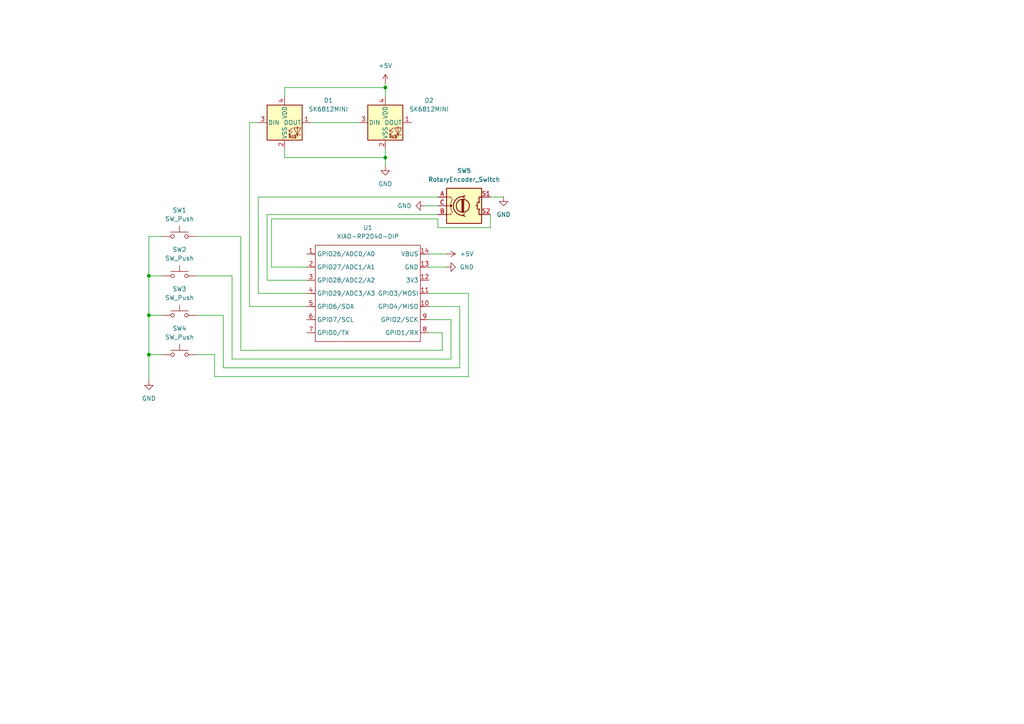
<source format=kicad_sch>
(kicad_sch (version 20250114) (generator "eeschema") (generator_version "9.0")
  (paper "A4")
  (lib_symbols
    (symbol "Device:RotaryEncoder_Switch" (pin_names (offset 0.254) (hide yes))
      (property "Reference" "SW" (at 0 6.604 0))
      (property "Value" "RotaryEncoder_Switch" (at 0 -6.604 0))
      (symbol "RotaryEncoder_Switch_0_1"
        (rectangle (start -5.08 5.08) (end 5.08 -5.08) (stroke (width 0.254)) (fill (type background)))
        (polyline (pts (xy -5.08 2.54) (xy -3.81 2.54) (xy -3.81 2.032)))
        (polyline (pts (xy -5.08 0) (xy -3.81 0) (xy -3.81 -1.016) (xy -3.302 -2.032)))
        (polyline (pts (xy -5.08 -2.54) (xy -3.81 -2.54) (xy -3.81 -2.032)))
        (polyline (pts (xy -4.318 0) (xy -3.81 0) (xy -3.81 1.016) (xy -3.302 2.032)))
        (circle (center -3.81 0) (radius 0.254) (fill (type outline)))
        (polyline (pts (xy -0.635 -1.778) (xy -0.635 1.778)) (stroke (width 0.254)))
        (circle (center -0.381 0) (radius 1.905) (stroke (width 0.254)))
        (polyline (pts (xy -0.381 -1.778) (xy -0.381 1.778)) (stroke (width 0.254)))
        (arc (start -0.381 -2.794) (mid -3.0988 -0.0635) (end -0.381 2.667) (stroke (width 0.254)))
        (polyline (pts (xy -0.127 1.778) (xy -0.127 -1.778)) (stroke (width 0.254)))
        (polyline (pts (xy 0.254 2.921) (xy -0.508 2.667) (xy 0.127 2.286)) (stroke (width 0.254)))
        (polyline (pts (xy 0.254 -3.048) (xy -0.508 -2.794) (xy 0.127 -2.413)) (stroke (width 0.254)))
        (polyline (pts (xy 3.81 1.016) (xy 3.81 -1.016)) (stroke (width 0.254)))
        (polyline (pts (xy 3.81 0) (xy 3.429 0)) (stroke (width 0.254)))
        (circle (center 4.318 1.016) (radius 0.127) (stroke (width 0.254)))
        (circle (center 4.318 -1.016) (radius 0.127) (stroke (width 0.254)))
        (polyline (pts (xy 5.08 2.54) (xy 4.318 2.54) (xy 4.318 1.016)) (stroke (width 0.254)))
        (polyline (pts (xy 5.08 -2.54) (xy 4.318 -2.54) (xy 4.318 -1.016)) (stroke (width 0.254)))
      )
      (symbol "RotaryEncoder_Switch_1_1"
        (pin passive line (at -7.62 2.54 0) (length 2.54) (name "A") (number "A"))
        (pin passive line (at -7.62 0 0) (length 2.54) (name "C") (number "C"))
        (pin passive line (at -7.62 -2.54 0) (length 2.54) (name "B") (number "B"))
        (pin passive line (at 7.62 2.54 180) (length 2.54) (name "S1") (number "S1"))
        (pin passive line (at 7.62 -2.54 180) (length 2.54) (name "S2") (number "S2"))
      )
    )
    (symbol "LED:SK6812MINI" (pin_names (offset 0.254))
      (property "Reference" "D" (at 5.08 5.715 0))
      (property "Value" "SK6812MINI" (at 1.27 -5.715 0))
      (symbol "SK6812MINI_0_0"
        (text "RGB" (at 2.286 -4.191 0) (effects (font (size 0.762 0.762))))
      )
      (symbol "SK6812MINI_0_1"
        (polyline (pts (xy 1.27 -2.54) (xy 1.778 -2.54)))
        (polyline (pts (xy 1.27 -3.556) (xy 1.778 -3.556)))
        (polyline (pts (xy 2.286 -1.524) (xy 1.27 -2.54) (xy 1.27 -2.032)))
        (polyline (pts (xy 2.286 -2.54) (xy 1.27 -3.556) (xy 1.27 -3.048)))
        (polyline (pts (xy 3.683 -1.016) (xy 3.683 -3.556) (xy 3.683 -4.064)))
        (polyline (pts (xy 4.699 -1.524) (xy 2.667 -1.524) (xy 3.683 -3.556) (xy 4.699 -1.524)))
        (polyline (pts (xy 4.699 -3.556) (xy 2.667 -3.556)))
        (rectangle (start 5.08 5.08) (end -5.08 -5.08) (stroke (width 0.254)) (fill (type background)))
      )
      (symbol "SK6812MINI_1_1"
        (pin input line (at -7.62 0 0) (length 2.54) (name "DIN") (number "3"))
        (pin power_in line (at 0 7.62 270) (length 2.54) (name "VDD") (number "4"))
        (pin power_in line (at 0 -7.62 90) (length 2.54) (name "VSS") (number "2"))
        (pin output line (at 7.62 0 180) (length 2.54) (name "DOUT") (number "1"))
      )
    )
    (symbol "OPL:XIAO-RP2040-DIP"
      (property "Reference" "U" (at 0 0 0))
      (property "Value" "XIAO-RP2040-DIP" (at 5.334 -1.778 0))
      (symbol "XIAO-RP2040-DIP_1_0"
        (polyline (pts (xy -1.27 -2.54) (xy 29.21 -2.54)) (stroke (width 0.1524)))
        (polyline (pts (xy -1.27 -5.08) (xy -2.54 -5.08)) (stroke (width 0.1524)))
        (polyline (pts (xy -1.27 -5.08) (xy -1.27 -2.54)) (stroke (width 0.1524)))
        (polyline (pts (xy -1.27 -8.89) (xy -2.54 -8.89)) (stroke (width 0.1524)))
        (polyline (pts (xy -1.27 -8.89) (xy -1.27 -5.08)) (stroke (width 0.1524)))
        (polyline (pts (xy -1.27 -12.7) (xy -2.54 -12.7)) (stroke (width 0.1524)))
        (polyline (pts (xy -1.27 -12.7) (xy -1.27 -8.89)) (stroke (width 0.1524)))
        (polyline (pts (xy -1.27 -16.51) (xy -2.54 -16.51)) (stroke (width 0.1524)))
        (polyline (pts (xy -1.27 -16.51) (xy -1.27 -12.7)) (stroke (width 0.1524)))
        (polyline (pts (xy -1.27 -20.32) (xy -2.54 -20.32)) (stroke (width 0.1524)))
        (polyline (pts (xy -1.27 -24.13) (xy -2.54 -24.13)) (stroke (width 0.1524)))
        (polyline (pts (xy -1.27 -27.94) (xy -2.54 -27.94)) (stroke (width 0.1524)))
        (polyline (pts (xy -1.27 -30.48) (xy -1.27 -16.51)) (stroke (width 0.1524)))
        (polyline (pts (xy 29.21 -2.54) (xy 29.21 -5.08)) (stroke (width 0.1524)))
        (polyline (pts (xy 29.21 -5.08) (xy 29.21 -8.89)) (stroke (width 0.1524)))
        (polyline (pts (xy 29.21 -8.89) (xy 29.21 -12.7)) (stroke (width 0.1524)))
        (polyline (pts (xy 29.21 -12.7) (xy 29.21 -30.48)) (stroke (width 0.1524)))
        (polyline (pts (xy 29.21 -30.48) (xy -1.27 -30.48)) (stroke (width 0.1524)))
        (polyline (pts (xy 30.48 -5.08) (xy 29.21 -5.08)) (stroke (width 0.1524)))
        (polyline (pts (xy 30.48 -8.89) (xy 29.21 -8.89)) (stroke (width 0.1524)))
        (polyline (pts (xy 30.48 -12.7) (xy 29.21 -12.7)) (stroke (width 0.1524)))
        (polyline (pts (xy 30.48 -16.51) (xy 29.21 -16.51)) (stroke (width 0.1524)))
        (polyline (pts (xy 30.48 -20.32) (xy 29.21 -20.32)) (stroke (width 0.1524)))
        (polyline (pts (xy 30.48 -24.13) (xy 29.21 -24.13)) (stroke (width 0.1524)))
        (polyline (pts (xy 30.48 -27.94) (xy 29.21 -27.94)) (stroke (width 0.1524)))
        (pin passive line (at -3.81 -5.08 0) (length 2.54) (name "GPIO26/ADC0/A0") (number "1"))
        (pin passive line (at -3.81 -8.89 0) (length 2.54) (name "GPIO27/ADC1/A1") (number "2"))
        (pin passive line (at -3.81 -12.7 0) (length 2.54) (name "GPIO28/ADC2/A2") (number "3"))
        (pin passive line (at -3.81 -16.51 0) (length 2.54) (name "GPIO29/ADC3/A3") (number "4"))
        (pin passive line (at -3.81 -20.32 0) (length 2.54) (name "GPIO6/SDA") (number "5"))
        (pin passive line (at -3.81 -24.13 0) (length 2.54) (name "GPIO7/SCL") (number "6"))
        (pin passive line (at -3.81 -27.94 0) (length 2.54) (name "GPIO0/TX") (number "7"))
        (pin passive line (at 31.75 -5.08 180) (length 2.54) (name "VBUS") (number "14"))
        (pin passive line (at 31.75 -8.89 180) (length 2.54) (name "GND") (number "13"))
        (pin passive line (at 31.75 -12.7 180) (length 2.54) (name "3V3") (number "12"))
        (pin passive line (at 31.75 -16.51 180) (length 2.54) (name "GPIO3/MOSI") (number "11"))
        (pin passive line (at 31.75 -20.32 180) (length 2.54) (name "GPIO4/MISO") (number "10"))
        (pin passive line (at 31.75 -24.13 180) (length 2.54) (name "GPIO2/SCK") (number "9"))
        (pin passive line (at 31.75 -27.94 180) (length 2.54) (name "GPIO1/RX") (number "8"))
      )
    )
    (symbol "Switch:SW_Push" (pin_numbers (hide yes)) (pin_names (offset 1.016) (hide yes))
      (property "Reference" "SW" (at 1.27 2.54 0))
      (property "Value" "SW_Push" (at 0 -1.524 0))
      (symbol "SW_Push_0_1"
        (circle (center -2.032 0) (radius 0.508))
        (polyline (pts (xy 0 1.27) (xy 0 3.048)))
        (circle (center 2.032 0) (radius 0.508))
        (polyline (pts (xy 2.54 1.27) (xy -2.54 1.27)))
        (pin passive line (at -5.08 0 0) (length 2.54) (name "1") (number "1"))
        (pin passive line (at 5.08 0 180) (length 2.54) (name "2") (number "2"))
      )
    )
    (symbol "power:+5V" (power) (pin_numbers (hide yes)) (pin_names (offset 0) (hide yes))
      (property "Value" "+5V" (at 0 3.556 0))
      (symbol "+5V_0_1"
        (polyline (pts (xy -0.762 1.27) (xy 0 2.54)))
        (polyline (pts (xy 0 2.54) (xy 0.762 1.27)))
        (polyline (pts (xy 0 0) (xy 0 2.54)))
      )
      (symbol "+5V_1_1"
        (pin power_in line (at 0 0 90) (length 0) (name "~") (number "1"))
      )
    )
    (symbol "power:GND" (power) (pin_numbers (hide yes)) (pin_names (offset 0) (hide yes))
      (property "Value" "GND" (at 0 -3.81 0))
      (symbol "GND_0_1"
        (polyline (pts (xy 0 0) (xy 0 -1.27) (xy 1.27 -1.27) (xy 0 -2.54) (xy -1.27 -1.27) (xy 0 -1.27)))
      )
      (symbol "GND_1_1"
        (pin power_in line (at 0 0 270) (length 0) (name "~") (number "1"))
      )
    )
  )
  (junction (at 111.76 45.72))
  (junction (at 43.18 102.87))
  (junction (at 43.18 80.01))
  (junction (at 43.18 91.44))
  (junction (at 111.76 25.4))
  (wire (pts (xy 124.46 73.66) (xy 129.54 73.66)))
  (wire (pts (xy 62.23 102.87) (xy 62.23 109.22)))
  (wire (pts (xy 111.76 25.4) (xy 111.76 27.94)))
  (wire (pts (xy 142.24 66.04) (xy 127 66.04)))
  (wire (pts (xy 77.47 81.28) (xy 88.9 81.28)))
  (wire (pts (xy 123.19 59.69) (xy 127 59.69)))
  (wire (pts (xy 127 57.15) (xy 74.93 57.15)))
  (wire (pts (xy 43.18 91.44) (xy 43.18 80.01)))
  (wire (pts (xy 43.18 80.01) (xy 43.18 68.58)))
  (wire (pts (xy 127 63.5) (xy 78.74 63.5)))
  (wire (pts (xy 67.31 104.14) (xy 67.31 80.01)))
  (wire (pts (xy 133.35 106.68) (xy 133.35 88.9)))
  (wire (pts (xy 57.15 102.87) (xy 62.23 102.87)))
  (wire (pts (xy 64.77 91.44) (xy 64.77 106.68)))
  (wire (pts (xy 111.76 25.4) (xy 82.55 25.4)))
  (wire (pts (xy 67.31 104.14) (xy 130.81 104.14)))
  (wire (pts (xy 74.93 35.56) (xy 72.39 35.56)))
  (wire (pts (xy 57.15 91.44) (xy 64.77 91.44)))
  (wire (pts (xy 130.81 92.71) (xy 124.46 92.71)))
  (wire (pts (xy 67.31 80.01) (xy 57.15 80.01)))
  (wire (pts (xy 111.76 45.72) (xy 111.76 48.26)))
  (wire (pts (xy 43.18 68.58) (xy 46.99 68.58)))
  (wire (pts (xy 111.76 43.18) (xy 111.76 45.72)))
  (wire (pts (xy 88.9 77.47) (xy 78.74 77.47)))
  (wire (pts (xy 127 66.04) (xy 127 63.5)))
  (wire (pts (xy 72.39 35.56) (xy 72.39 88.9)))
  (wire (pts (xy 62.23 109.22) (xy 135.89 109.22)))
  (wire (pts (xy 57.15 68.58) (xy 69.85 68.58)))
  (wire (pts (xy 124.46 77.47) (xy 129.54 77.47)))
  (wire (pts (xy 43.18 91.44) (xy 46.99 91.44)))
  (wire (pts (xy 82.55 45.72) (xy 82.55 43.18)))
  (wire (pts (xy 43.18 110.49) (xy 43.18 102.87)))
  (wire (pts (xy 82.55 25.4) (xy 82.55 27.94)))
  (wire (pts (xy 69.85 68.58) (xy 69.85 101.6)))
  (wire (pts (xy 111.76 45.72) (xy 82.55 45.72)))
  (wire (pts (xy 74.93 57.15) (xy 74.93 85.09)))
  (wire (pts (xy 124.46 96.52) (xy 128.27 96.52)))
  (wire (pts (xy 78.74 63.5) (xy 78.74 77.47)))
  (wire (pts (xy 74.93 85.09) (xy 88.9 85.09)))
  (wire (pts (xy 64.77 106.68) (xy 133.35 106.68)))
  (wire (pts (xy 133.35 88.9) (xy 124.46 88.9)))
  (wire (pts (xy 43.18 102.87) (xy 43.18 91.44)))
  (wire (pts (xy 135.89 109.22) (xy 135.89 85.09)))
  (wire (pts (xy 128.27 96.52) (xy 128.27 101.6)))
  (wire (pts (xy 43.18 80.01) (xy 46.99 80.01)))
  (wire (pts (xy 127 62.23) (xy 77.47 62.23)))
  (wire (pts (xy 135.89 85.09) (xy 124.46 85.09)))
  (wire (pts (xy 111.76 24.13) (xy 111.76 25.4)))
  (wire (pts (xy 130.81 104.14) (xy 130.81 92.71)))
  (wire (pts (xy 90.17 35.56) (xy 104.14 35.56)))
  (wire (pts (xy 142.24 57.15) (xy 146.05 57.15)))
  (wire (pts (xy 72.39 88.9) (xy 88.9 88.9)))
  (wire (pts (xy 43.18 102.87) (xy 46.99 102.87)))
  (wire (pts (xy 142.24 62.23) (xy 142.24 66.04)))
  (wire (pts (xy 77.47 62.23) (xy 77.47 81.28)))
  (wire (pts (xy 69.85 101.6) (xy 128.27 101.6)))
  (symbol (lib_id "power:GND") (at 123.19 59.69 270) (unit 1)
    (property "Reference" "#PWR06" (effects (hide yes)))
    (property "Value" "GND" (at 119.38 59.6899 90) (effects (justify right)))
    (property "Description" "Power symbol creates a global label with name \"GND\" , ground" (effects (hide yes)))
  )
  (symbol (lib_id "LED:SK6812MINI") (at 111.76 35.56 0) (unit 1)
    (property "Reference" "D2" (at 124.46 29.1398 0))
    (property "Value" "SK6812MINI" (at 124.46 31.6798 0))
    (property "Footprint" "LED_SMD:LED_SK6812MINI_PLCC4_3.5x3.5mm_P1.75mm" (effects (hide yes)))
    (property "Datasheet" "https://cdn-shop.adafruit.com/product-files/2686/SK6812MINI_REV.01-1-2.pdf" (effects (hide yes)))
    (property "Description" "RGB LED with integrated controller" (effects (hide yes)))
  )
  (symbol (lib_id "Switch:SW_Push") (at 52.07 80.01 0) (unit 1)
    (property "Reference" "SW2" (at 52.07 72.39 0))
    (property "Value" "SW_Push" (at 52.07 74.93 0))
    (property "Footprint" "Button_Switch_Keyboard:SW_Cherry_MX_1.00u_PCB" (effects (hide yes)))
    (property "Description" "Push button switch, generic, two pins" (effects (hide yes)))
  )
  (symbol (lib_id "power:+5V") (at 111.76 24.13 0) (unit 1)
    (property "Reference" "#PWR01" (effects (hide yes)))
    (property "Value" "+5V" (at 111.76 19.05 0))
    (property "Description" "Power symbol creates a global label with name \"+5V\"" (effects (hide yes)))
  )
  (symbol (lib_id "Switch:SW_Push") (at 52.07 102.87 0) (unit 1)
    (property "Reference" "SW4" (at 52.07 95.25 0))
    (property "Value" "SW_Push" (at 52.07 97.79 0))
    (property "Footprint" "Button_Switch_Keyboard:SW_Cherry_MX_1.00u_PCB" (effects (hide yes)))
    (property "Description" "Push button switch, generic, two pins" (effects (hide yes)))
  )
  (symbol (lib_id "Device:RotaryEncoder_Switch") (at 134.62 59.69 0) (unit 1)
    (property "Reference" "SW5" (at 134.62 49.53 0))
    (property "Value" "RotaryEncoder_Switch" (at 134.62 52.07 0))
    (property "Footprint" "Rotary_Encoder:RotaryEncoder_Alps_EC11E-Switch_Vertical_H20mm" (effects (hide yes)))
    (property "Description" "Rotary encoder, dual channel, incremental quadrate outputs, with switch" (effects (hide yes)))
  )
  (symbol (lib_id "Switch:SW_Push") (at 52.07 91.44 0) (unit 1)
    (property "Reference" "SW3" (at 52.07 83.82 0))
    (property "Value" "SW_Push" (at 52.07 86.36 0))
    (property "Footprint" "Button_Switch_Keyboard:SW_Cherry_MX_1.00u_PCB" (effects (hide yes)))
    (property "Description" "Push button switch, generic, two pins" (effects (hide yes)))
  )
  (symbol (lib_id "power:GND") (at 129.54 77.47 90) (unit 1)
    (property "Reference" "#PWR03" (effects (hide yes)))
    (property "Value" "GND" (at 133.35 77.4699 90) (effects (justify right)))
    (property "Description" "Power symbol creates a global label with name \"GND\" , ground" (effects (hide yes)))
  )
  (symbol (lib_id "OPL:XIAO-RP2040-DIP") (at 92.71 68.58 0) (unit 1)
    (property "Reference" "U1" (at 106.68 66.04 0))
    (property "Value" "XIAO-RP2040-DIP" (at 106.68 68.58 0))
    (property "Footprint" "OPL:XIAO-RP2040-DIP" (effects (hide yes)))
  )
  (symbol (lib_id "Switch:SW_Push") (at 52.07 68.58 0) (unit 1)
    (property "Reference" "SW1" (at 52.07 60.96 0))
    (property "Value" "SW_Push" (at 52.07 63.5 0))
    (property "Footprint" "Button_Switch_Keyboard:SW_Cherry_MX_1.00u_PCB" (effects (hide yes)))
    (property "Description" "Push button switch, generic, two pins" (effects (hide yes)))
  )
  (symbol (lib_id "LED:SK6812MINI") (at 82.55 35.56 0) (unit 1)
    (property "Reference" "D1" (at 95.25 29.1398 0))
    (property "Value" "SK6812MINI" (at 95.25 31.6798 0))
    (property "Footprint" "LED_SMD:LED_SK6812MINI_PLCC4_3.5x3.5mm_P1.75mm" (effects (hide yes)))
    (property "Datasheet" "https://cdn-shop.adafruit.com/product-files/2686/SK6812MINI_REV.01-1-2.pdf" (effects (hide yes)))
    (property "Description" "RGB LED with integrated controller" (effects (hide yes)))
  )
  (symbol (lib_id "power:+5V") (at 129.54 73.66 270) (unit 1)
    (property "Reference" "#PWR02" (effects (hide yes)))
    (property "Value" "+5V" (at 133.35 73.6599 90) (effects (justify left)))
    (property "Description" "Power symbol creates a global label with name \"+5V\"" (effects (hide yes)))
  )
  (symbol (lib_id "power:GND") (at 111.76 48.26 0) (unit 1)
    (property "Reference" "#PWR04" (effects (hide yes)))
    (property "Value" "GND" (at 111.76 53.34 0))
    (property "Description" "Power symbol creates a global label with name \"GND\" , ground" (effects (hide yes)))
  )
  (symbol (lib_id "power:GND") (at 146.05 57.15 0) (unit 1)
    (property "Reference" "#PWR07" (effects (hide yes)))
    (property "Value" "GND" (at 146.05 62.23 0))
    (property "Description" "Power symbol creates a global label with name \"GND\" , ground" (effects (hide yes)))
  )
  (symbol (lib_id "power:GND") (at 43.18 110.49 0) (unit 1)
    (property "Reference" "#PWR05" (effects (hide yes)))
    (property "Value" "GND" (at 43.18 115.57 0))
    (property "Description" "Power symbol creates a global label with name \"GND\" , ground" (effects (hide yes)))
  )
)
</source>
